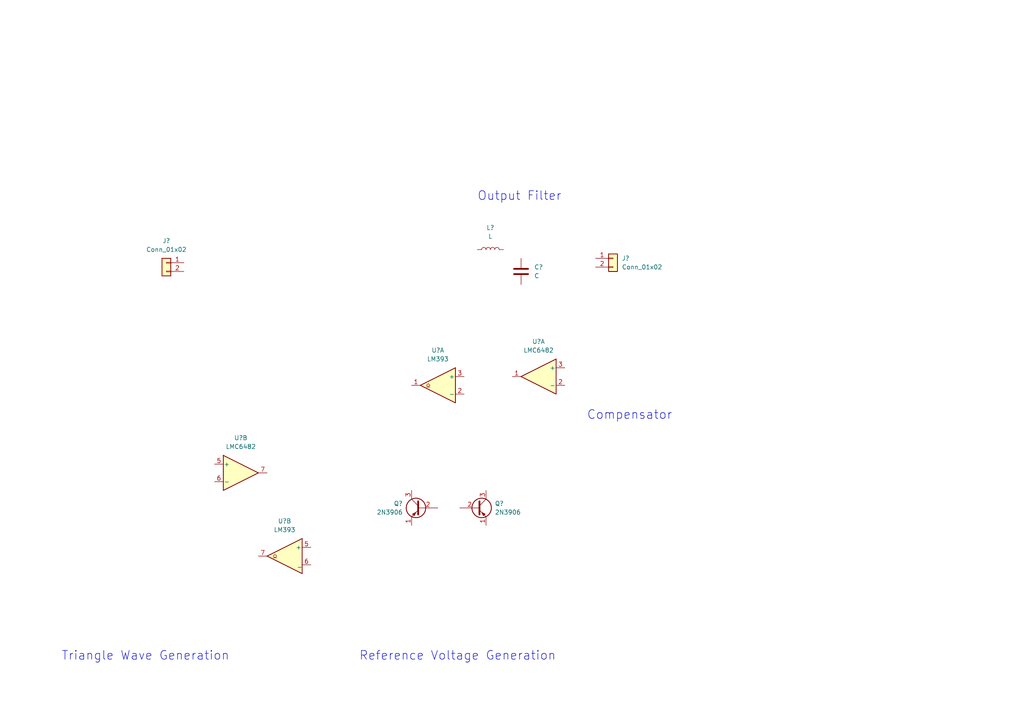
<source format=kicad_sch>
(kicad_sch (version 20211123) (generator eeschema)
  (paper "A4")
  (lib_symbols
    (symbol "Amplifier_Operational:LMC6482" (pin_names (offset 0.127))
      (property "Reference" "U" (at 0 5.08 0))
      (property "Value" "LMC6482" (at 0 -5.08 0))
      (symbol "LMC6482_1_1"
        (polyline (pts (xy -5.08 5.08) (xy 5.08 0) (xy -5.08 -5.08) (xy -5.08 5.08)) (stroke (width 0.254)) (fill (type background)))
        (pin output line (at 7.62 0 180) (length 2.54) (name "~") (number "1"))
        (pin input line (at -7.62 -2.54 0) (length 2.54) (name "-") (number "2"))
        (pin input line (at -7.62 2.54 0) (length 2.54) (name "+") (number "3"))
      )
      (symbol "LMC6482_2_1"
        (polyline (pts (xy -5.08 5.08) (xy 5.08 0) (xy -5.08 -5.08) (xy -5.08 5.08)) (stroke (width 0.254)) (fill (type background)))
        (pin input line (at -7.62 2.54 0) (length 2.54) (name "+") (number "5"))
        (pin input line (at -7.62 -2.54 0) (length 2.54) (name "-") (number "6"))
        (pin output line (at 7.62 0 180) (length 2.54) (name "~") (number "7"))
      )
      (symbol "LMC6482_3_1"
        (pin power_in line (at -2.54 -7.62 90) (length 3.81) (name "V-") (number "4"))
        (pin power_in line (at -2.54 7.62 270) (length 3.81) (name "V+") (number "8"))
      )
    )
    (symbol "Comparator:LM393" (pin_names (offset 0.127))
      (property "Reference" "U" (at 3.81 3.81 0))
      (property "Value" "LM393" (at 6.35 -3.81 0))
      (symbol "LM393_1_1"
        (polyline (pts (xy -5.08 5.08) (xy 5.08 0) (xy -5.08 -5.08) (xy -5.08 5.08)) (stroke (width 0.254)) (fill (type background)))
        (polyline (pts (xy 3.302 -0.508) (xy 2.794 -0.508) (xy 3.302 0) (xy 2.794 0.508) (xy 2.286 0) (xy 2.794 -0.508) (xy 2.286 -0.508)) (stroke (width 0.127)))
        (pin open_collector line (at 7.62 0 180) (length 2.54) (name "~") (number "1"))
        (pin input line (at -7.62 -2.54 0) (length 2.54) (name "-") (number "2"))
        (pin input line (at -7.62 2.54 0) (length 2.54) (name "+") (number "3"))
      )
      (symbol "LM393_2_1"
        (polyline (pts (xy -5.08 5.08) (xy 5.08 0) (xy -5.08 -5.08) (xy -5.08 5.08)) (stroke (width 0.254)) (fill (type background)))
        (polyline (pts (xy 3.302 -0.508) (xy 2.794 -0.508) (xy 3.302 0) (xy 2.794 0.508) (xy 2.286 0) (xy 2.794 -0.508) (xy 2.286 -0.508)) (stroke (width 0.127)))
        (pin input line (at -7.62 2.54 0) (length 2.54) (name "+") (number "5"))
        (pin input line (at -7.62 -2.54 0) (length 2.54) (name "_") (number "6"))
        (pin open_collector line (at 7.62 0 180) (length 2.54) (name "~") (number "7"))
      )
      (symbol "LM393_3_1"
        (pin power_in line (at -2.54 -7.62 90) (length 3.81) (name "V-") (number "4"))
        (pin power_in line (at -2.54 7.62 270) (length 3.81) (name "V+") (number "8"))
      )
    )
    (symbol "Connector_Generic:Conn_01x02" (pin_names (offset 1.016) hide)
      (property "Reference" "J" (at 0 2.54 0))
      (property "Value" "Conn_01x02" (at 0 -5.08 0))
      (symbol "Conn_01x02_1_1"
        (rectangle (start -1.27 -2.413) (end 0 -2.667) (stroke (width 0.1524)))
        (rectangle (start -1.27 0.127) (end 0 -0.127) (stroke (width 0.1524)))
        (rectangle (start -1.27 1.27) (end 1.27 -3.81) (stroke (width 0.254)) (fill (type background)))
        (pin passive line (at -5.08 0 0) (length 3.81) (name "Pin_1") (number "1"))
        (pin passive line (at -5.08 -2.54 0) (length 3.81) (name "Pin_2") (number "2"))
      )
    )
    (symbol "Device:C" (pin_numbers hide) (pin_names (offset 0.254))
      (property "Reference" "C" (at 0.635 2.54 0))
      (property "Value" "C" (at 0.635 -2.54 0))
      (symbol "C_0_1"
        (polyline (pts (xy -2.032 -0.762) (xy 2.032 -0.762)) (stroke (width 0.508)))
        (polyline (pts (xy -2.032 0.762) (xy 2.032 0.762)) (stroke (width 0.508)))
      )
      (symbol "C_1_1"
        (pin passive line (at 0 3.81 270) (length 2.794) (name "~") (number "1"))
        (pin passive line (at 0 -3.81 90) (length 2.794) (name "~") (number "2"))
      )
    )
    (symbol "Device:L" (pin_numbers hide) (pin_names (offset 1.016) hide)
      (property "Reference" "L" (at -1.27 0 90))
      (property "Value" "L" (at 1.905 0 90))
      (symbol "L_0_1"
        (arc (start 0 -2.54) (mid 0.635 -1.905) (end 0 -1.27))
        (arc (start 0 -1.27) (mid 0.635 -0.635) (end 0 0))
        (arc (start 0 0) (mid 0.635 0.635) (end 0 1.27))
        (arc (start 0 1.27) (mid 0.635 1.905) (end 0 2.54))
      )
      (symbol "L_1_1"
        (pin passive line (at 0 3.81 270) (length 1.27) (name "1") (number "1"))
        (pin passive line (at 0 -3.81 90) (length 1.27) (name "2") (number "2"))
      )
    )
    (symbol "Transistor_BJT:2N3906" (pin_names (offset 0) hide)
      (property "Reference" "Q" (at 5.08 1.905 0))
      (property "Value" "2N3906" (at 5.08 0 0))
      (symbol "2N3906_0_1"
        (polyline (pts (xy 0.635 0.635) (xy 2.54 2.54)))
        (polyline (pts (xy 0.635 -0.635) (xy 2.54 -2.54) (xy 2.54 -2.54)))
        (polyline (pts (xy 0.635 1.905) (xy 0.635 -1.905) (xy 0.635 -1.905)) (stroke (width 0.508)))
        (polyline (pts (xy 2.286 -1.778) (xy 1.778 -2.286) (xy 1.27 -1.27) (xy 2.286 -1.778) (xy 2.286 -1.778)) (fill (type outline)))
        (circle (center 1.27 0) (radius 2.8194) (stroke (width 0.254)))
      )
      (symbol "2N3906_1_1"
        (pin passive line (at 2.54 -5.08 90) (length 2.54) (name "E") (number "1"))
        (pin input line (at -5.08 0 0) (length 5.715) (name "B") (number "2"))
        (pin passive line (at 2.54 5.08 270) (length 2.54) (name "C") (number "3"))
      )
    )
  )
  (text "Triangle Wave Generation" (at 17.78 191.77 0) (effects (font (size 2.54 2.54)) (justify left bottom)))
  (text "Output Filter" (at 138.43 58.42 0) (effects (font (size 2.54 2.54)) (justify left bottom)))
  (text "Compensator" (at 170.18 121.92 0) (effects (font (size 2.54 2.54)) (justify left bottom)))
  (text "Reference Voltage Generation" (at 104.14 191.77 0) (effects (font (size 2.54 2.54)) (justify left bottom)))
  (symbol (lib_id "Amplifier_Operational:LMC6482") (at 69.85 137.16 0) (unit 2)
    (property "Reference" "U?" (at 69.85 127 0))
    (property "Value" "LMC6482" (at 69.85 129.54 0))
    (property "Datasheet" "http://www.ti.com/lit/ds/symlink/lmc6482.pdf" (effects hide))
  )
  (symbol (lib_id "Comparator:LM393") (at 82.55 161.29 0) (mirror y) (unit 2)
    (property "Reference" "U?" (at 82.55 151.13 0))
    (property "Value" "LM393" (at 82.55 153.67 0))
    (property "Datasheet" "http://www.ti.com/lit/ds/symlink/lm393.pdf" (effects hide))
  )
  (symbol (lib_id "Device:L") (at 142.24 72.39 90) (unit 1)
    (property "Reference" "L?" (at 142.24 66.04 90))
    (property "Value" "L" (at 142.24 68.58 90))
  )
  (symbol (lib_id "Transistor_BJT:2N3906") (at 138.43 147.32 0) (unit 1)
    (property "Reference" "Q?" (at 143.51 146.0499 0) (effects (justify left)))
    (property "Value" "2N3906" (at 143.51 148.5899 0) (effects (justify left)))
    (property "Footprint" "Package_TO_SOT_THT:TO-92_Inline" (effects hide))
    (property "Datasheet" "https://www.onsemi.com/pub/Collateral/2N3906-D.PDF" (effects hide))
  )
  (symbol (lib_id "Amplifier_Operational:LMC6482") (at 156.21 109.22 0) (mirror y) (unit 1)
    (property "Reference" "U?" (at 156.21 99.06 0))
    (property "Value" "LMC6482" (at 156.21 101.6 0))
    (property "Datasheet" "http://www.ti.com/lit/ds/symlink/lmc6482.pdf" (effects hide))
  )
  (symbol (lib_id "Device:C") (at 151.13 78.74 0) (unit 1)
    (property "Reference" "C?" (at 154.94 77.4699 0) (effects (justify left)))
    (property "Value" "C" (at 154.94 80.0099 0) (effects (justify left)))
  )
  (symbol (lib_id "Transistor_BJT:2N3906") (at 121.92 147.32 0) (mirror y) (unit 1)
    (property "Reference" "Q?" (at 116.84 146.0499 0) (effects (justify left)))
    (property "Value" "2N3906" (at 116.84 148.5899 0) (effects (justify left)))
    (property "Footprint" "Package_TO_SOT_THT:TO-92_Inline" (effects hide))
    (property "Datasheet" "https://www.onsemi.com/pub/Collateral/2N3906-D.PDF" (effects hide))
  )
  (symbol (lib_id "Connector_Generic:Conn_01x02") (at 177.8 74.93 0) (unit 1)
    (property "Reference" "J?" (at 180.34 74.9299 0) (effects (justify left)))
    (property "Value" "Conn_01x02" (at 180.34 77.4699 0) (effects (justify left)))
  )
  (symbol (lib_id "Comparator:LM393") (at 127 111.76 0) (mirror y) (unit 1)
    (property "Reference" "U?" (at 127 101.6 0))
    (property "Value" "LM393" (at 127 104.14 0))
    (property "Datasheet" "http://www.ti.com/lit/ds/symlink/lm393.pdf" (effects hide))
  )
  (symbol (lib_id "Connector_Generic:Conn_01x02") (at 48.26 76.2 0) (mirror y) (unit 1)
    (property "Reference" "J?" (at 48.26 69.85 0))
    (property "Value" "Conn_01x02" (at 48.26 72.39 0))
  )
)
</source>
